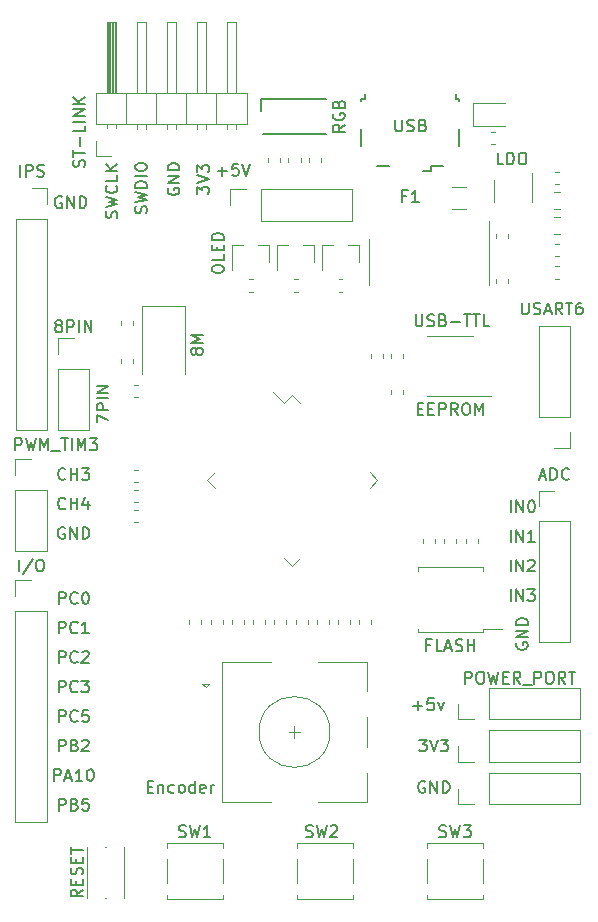
<source format=gbr>
G04 #@! TF.GenerationSoftware,KiCad,Pcbnew,(5.1.5)-2*
G04 #@! TF.CreationDate,2020-05-22T03:19:46+08:00*
G04 #@! TF.ProjectId,Bonjour STM32,426f6e6a-6f75-4722-9053-544d33322e6b,rev?*
G04 #@! TF.SameCoordinates,Original*
G04 #@! TF.FileFunction,Legend,Top*
G04 #@! TF.FilePolarity,Positive*
%FSLAX46Y46*%
G04 Gerber Fmt 4.6, Leading zero omitted, Abs format (unit mm)*
G04 Created by KiCad (PCBNEW (5.1.5)-2) date 2020-05-22 03:19:46*
%MOMM*%
%LPD*%
G04 APERTURE LIST*
%ADD10C,0.150000*%
%ADD11C,0.120000*%
G04 APERTURE END LIST*
D10*
X165488095Y-59000000D02*
X165392857Y-58952380D01*
X165250000Y-58952380D01*
X165107142Y-59000000D01*
X165011904Y-59095238D01*
X164964285Y-59190476D01*
X164916666Y-59380952D01*
X164916666Y-59523809D01*
X164964285Y-59714285D01*
X165011904Y-59809523D01*
X165107142Y-59904761D01*
X165250000Y-59952380D01*
X165345238Y-59952380D01*
X165488095Y-59904761D01*
X165535714Y-59857142D01*
X165535714Y-59523809D01*
X165345238Y-59523809D01*
X165964285Y-59952380D02*
X165964285Y-58952380D01*
X166535714Y-59952380D01*
X166535714Y-58952380D01*
X167011904Y-59952380D02*
X167011904Y-58952380D01*
X167250000Y-58952380D01*
X167392857Y-59000000D01*
X167488095Y-59095238D01*
X167535714Y-59190476D01*
X167583333Y-59380952D01*
X167583333Y-59523809D01*
X167535714Y-59714285D01*
X167488095Y-59809523D01*
X167392857Y-59904761D01*
X167250000Y-59952380D01*
X167011904Y-59952380D01*
X199654761Y-100202380D02*
X199654761Y-99202380D01*
X200035714Y-99202380D01*
X200130952Y-99250000D01*
X200178571Y-99297619D01*
X200226190Y-99392857D01*
X200226190Y-99535714D01*
X200178571Y-99630952D01*
X200130952Y-99678571D01*
X200035714Y-99726190D01*
X199654761Y-99726190D01*
X200845238Y-99202380D02*
X201035714Y-99202380D01*
X201130952Y-99250000D01*
X201226190Y-99345238D01*
X201273809Y-99535714D01*
X201273809Y-99869047D01*
X201226190Y-100059523D01*
X201130952Y-100154761D01*
X201035714Y-100202380D01*
X200845238Y-100202380D01*
X200750000Y-100154761D01*
X200654761Y-100059523D01*
X200607142Y-99869047D01*
X200607142Y-99535714D01*
X200654761Y-99345238D01*
X200750000Y-99250000D01*
X200845238Y-99202380D01*
X201607142Y-99202380D02*
X201845238Y-100202380D01*
X202035714Y-99488095D01*
X202226190Y-100202380D01*
X202464285Y-99202380D01*
X202845238Y-99678571D02*
X203178571Y-99678571D01*
X203321428Y-100202380D02*
X202845238Y-100202380D01*
X202845238Y-99202380D01*
X203321428Y-99202380D01*
X204321428Y-100202380D02*
X203988095Y-99726190D01*
X203750000Y-100202380D02*
X203750000Y-99202380D01*
X204130952Y-99202380D01*
X204226190Y-99250000D01*
X204273809Y-99297619D01*
X204321428Y-99392857D01*
X204321428Y-99535714D01*
X204273809Y-99630952D01*
X204226190Y-99678571D01*
X204130952Y-99726190D01*
X203750000Y-99726190D01*
X204511904Y-100297619D02*
X205273809Y-100297619D01*
X205511904Y-100202380D02*
X205511904Y-99202380D01*
X205892857Y-99202380D01*
X205988095Y-99250000D01*
X206035714Y-99297619D01*
X206083333Y-99392857D01*
X206083333Y-99535714D01*
X206035714Y-99630952D01*
X205988095Y-99678571D01*
X205892857Y-99726190D01*
X205511904Y-99726190D01*
X206702380Y-99202380D02*
X206892857Y-99202380D01*
X206988095Y-99250000D01*
X207083333Y-99345238D01*
X207130952Y-99535714D01*
X207130952Y-99869047D01*
X207083333Y-100059523D01*
X206988095Y-100154761D01*
X206892857Y-100202380D01*
X206702380Y-100202380D01*
X206607142Y-100154761D01*
X206511904Y-100059523D01*
X206464285Y-99869047D01*
X206464285Y-99535714D01*
X206511904Y-99345238D01*
X206607142Y-99250000D01*
X206702380Y-99202380D01*
X208130952Y-100202380D02*
X207797619Y-99726190D01*
X207559523Y-100202380D02*
X207559523Y-99202380D01*
X207940476Y-99202380D01*
X208035714Y-99250000D01*
X208083333Y-99297619D01*
X208130952Y-99392857D01*
X208130952Y-99535714D01*
X208083333Y-99630952D01*
X208035714Y-99678571D01*
X207940476Y-99726190D01*
X207559523Y-99726190D01*
X208416666Y-99202380D02*
X208988095Y-99202380D01*
X208702380Y-100202380D02*
X208702380Y-99202380D01*
X204000000Y-96761904D02*
X203952380Y-96857142D01*
X203952380Y-97000000D01*
X204000000Y-97142857D01*
X204095238Y-97238095D01*
X204190476Y-97285714D01*
X204380952Y-97333333D01*
X204523809Y-97333333D01*
X204714285Y-97285714D01*
X204809523Y-97238095D01*
X204904761Y-97142857D01*
X204952380Y-97000000D01*
X204952380Y-96904761D01*
X204904761Y-96761904D01*
X204857142Y-96714285D01*
X204523809Y-96714285D01*
X204523809Y-96904761D01*
X204952380Y-96285714D02*
X203952380Y-96285714D01*
X204952380Y-95714285D01*
X203952380Y-95714285D01*
X204952380Y-95238095D02*
X203952380Y-95238095D01*
X203952380Y-95000000D01*
X204000000Y-94857142D01*
X204095238Y-94761904D01*
X204190476Y-94714285D01*
X204380952Y-94666666D01*
X204523809Y-94666666D01*
X204714285Y-94714285D01*
X204809523Y-94761904D01*
X204904761Y-94857142D01*
X204952380Y-95000000D01*
X204952380Y-95238095D01*
X203500000Y-93202380D02*
X203500000Y-92202380D01*
X203976190Y-93202380D02*
X203976190Y-92202380D01*
X204547619Y-93202380D01*
X204547619Y-92202380D01*
X204928571Y-92202380D02*
X205547619Y-92202380D01*
X205214285Y-92583333D01*
X205357142Y-92583333D01*
X205452380Y-92630952D01*
X205500000Y-92678571D01*
X205547619Y-92773809D01*
X205547619Y-93011904D01*
X205500000Y-93107142D01*
X205452380Y-93154761D01*
X205357142Y-93202380D01*
X205071428Y-93202380D01*
X204976190Y-93154761D01*
X204928571Y-93107142D01*
X203500000Y-90702380D02*
X203500000Y-89702380D01*
X203976190Y-90702380D02*
X203976190Y-89702380D01*
X204547619Y-90702380D01*
X204547619Y-89702380D01*
X204976190Y-89797619D02*
X205023809Y-89750000D01*
X205119047Y-89702380D01*
X205357142Y-89702380D01*
X205452380Y-89750000D01*
X205500000Y-89797619D01*
X205547619Y-89892857D01*
X205547619Y-89988095D01*
X205500000Y-90130952D01*
X204928571Y-90702380D01*
X205547619Y-90702380D01*
X203500000Y-88202380D02*
X203500000Y-87202380D01*
X203976190Y-88202380D02*
X203976190Y-87202380D01*
X204547619Y-88202380D01*
X204547619Y-87202380D01*
X205547619Y-88202380D02*
X204976190Y-88202380D01*
X205261904Y-88202380D02*
X205261904Y-87202380D01*
X205166666Y-87345238D01*
X205071428Y-87440476D01*
X204976190Y-87488095D01*
X203500000Y-85702380D02*
X203500000Y-84702380D01*
X203976190Y-85702380D02*
X203976190Y-84702380D01*
X204547619Y-85702380D01*
X204547619Y-84702380D01*
X205214285Y-84702380D02*
X205309523Y-84702380D01*
X205404761Y-84750000D01*
X205452380Y-84797619D01*
X205500000Y-84892857D01*
X205547619Y-85083333D01*
X205547619Y-85321428D01*
X205500000Y-85511904D01*
X205452380Y-85607142D01*
X205404761Y-85654761D01*
X205309523Y-85702380D01*
X205214285Y-85702380D01*
X205119047Y-85654761D01*
X205071428Y-85607142D01*
X205023809Y-85511904D01*
X204976190Y-85321428D01*
X204976190Y-85083333D01*
X205023809Y-84892857D01*
X205071428Y-84797619D01*
X205119047Y-84750000D01*
X205214285Y-84702380D01*
X178714285Y-56821428D02*
X179476190Y-56821428D01*
X179095238Y-57202380D02*
X179095238Y-56440476D01*
X180428571Y-56202380D02*
X179952380Y-56202380D01*
X179904761Y-56678571D01*
X179952380Y-56630952D01*
X180047619Y-56583333D01*
X180285714Y-56583333D01*
X180380952Y-56630952D01*
X180428571Y-56678571D01*
X180476190Y-56773809D01*
X180476190Y-57011904D01*
X180428571Y-57107142D01*
X180380952Y-57154761D01*
X180285714Y-57202380D01*
X180047619Y-57202380D01*
X179952380Y-57154761D01*
X179904761Y-57107142D01*
X180761904Y-56202380D02*
X181095238Y-57202380D01*
X181428571Y-56202380D01*
X176952380Y-58738095D02*
X176952380Y-58119047D01*
X177333333Y-58452380D01*
X177333333Y-58309523D01*
X177380952Y-58214285D01*
X177428571Y-58166666D01*
X177523809Y-58119047D01*
X177761904Y-58119047D01*
X177857142Y-58166666D01*
X177904761Y-58214285D01*
X177952380Y-58309523D01*
X177952380Y-58595238D01*
X177904761Y-58690476D01*
X177857142Y-58738095D01*
X176952380Y-57833333D02*
X177952380Y-57500000D01*
X176952380Y-57166666D01*
X176952380Y-56928571D02*
X176952380Y-56309523D01*
X177333333Y-56642857D01*
X177333333Y-56500000D01*
X177380952Y-56404761D01*
X177428571Y-56357142D01*
X177523809Y-56309523D01*
X177761904Y-56309523D01*
X177857142Y-56357142D01*
X177904761Y-56404761D01*
X177952380Y-56500000D01*
X177952380Y-56785714D01*
X177904761Y-56880952D01*
X177857142Y-56928571D01*
X174500000Y-58261904D02*
X174452380Y-58357142D01*
X174452380Y-58500000D01*
X174500000Y-58642857D01*
X174595238Y-58738095D01*
X174690476Y-58785714D01*
X174880952Y-58833333D01*
X175023809Y-58833333D01*
X175214285Y-58785714D01*
X175309523Y-58738095D01*
X175404761Y-58642857D01*
X175452380Y-58500000D01*
X175452380Y-58404761D01*
X175404761Y-58261904D01*
X175357142Y-58214285D01*
X175023809Y-58214285D01*
X175023809Y-58404761D01*
X175452380Y-57785714D02*
X174452380Y-57785714D01*
X175452380Y-57214285D01*
X174452380Y-57214285D01*
X175452380Y-56738095D02*
X174452380Y-56738095D01*
X174452380Y-56500000D01*
X174500000Y-56357142D01*
X174595238Y-56261904D01*
X174690476Y-56214285D01*
X174880952Y-56166666D01*
X175023809Y-56166666D01*
X175214285Y-56214285D01*
X175309523Y-56261904D01*
X175404761Y-56357142D01*
X175452380Y-56500000D01*
X175452380Y-56738095D01*
X172654761Y-60369047D02*
X172702380Y-60226190D01*
X172702380Y-59988095D01*
X172654761Y-59892857D01*
X172607142Y-59845238D01*
X172511904Y-59797619D01*
X172416666Y-59797619D01*
X172321428Y-59845238D01*
X172273809Y-59892857D01*
X172226190Y-59988095D01*
X172178571Y-60178571D01*
X172130952Y-60273809D01*
X172083333Y-60321428D01*
X171988095Y-60369047D01*
X171892857Y-60369047D01*
X171797619Y-60321428D01*
X171750000Y-60273809D01*
X171702380Y-60178571D01*
X171702380Y-59940476D01*
X171750000Y-59797619D01*
X171702380Y-59464285D02*
X172702380Y-59226190D01*
X171988095Y-59035714D01*
X172702380Y-58845238D01*
X171702380Y-58607142D01*
X172702380Y-58226190D02*
X171702380Y-58226190D01*
X171702380Y-57988095D01*
X171750000Y-57845238D01*
X171845238Y-57750000D01*
X171940476Y-57702380D01*
X172130952Y-57654761D01*
X172273809Y-57654761D01*
X172464285Y-57702380D01*
X172559523Y-57750000D01*
X172654761Y-57845238D01*
X172702380Y-57988095D01*
X172702380Y-58226190D01*
X172702380Y-57226190D02*
X171702380Y-57226190D01*
X171702380Y-56559523D02*
X171702380Y-56369047D01*
X171750000Y-56273809D01*
X171845238Y-56178571D01*
X172035714Y-56130952D01*
X172369047Y-56130952D01*
X172559523Y-56178571D01*
X172654761Y-56273809D01*
X172702380Y-56369047D01*
X172702380Y-56559523D01*
X172654761Y-56654761D01*
X172559523Y-56750000D01*
X172369047Y-56797619D01*
X172035714Y-56797619D01*
X171845238Y-56750000D01*
X171750000Y-56654761D01*
X171702380Y-56559523D01*
X170154761Y-60761904D02*
X170202380Y-60619047D01*
X170202380Y-60380952D01*
X170154761Y-60285714D01*
X170107142Y-60238095D01*
X170011904Y-60190476D01*
X169916666Y-60190476D01*
X169821428Y-60238095D01*
X169773809Y-60285714D01*
X169726190Y-60380952D01*
X169678571Y-60571428D01*
X169630952Y-60666666D01*
X169583333Y-60714285D01*
X169488095Y-60761904D01*
X169392857Y-60761904D01*
X169297619Y-60714285D01*
X169250000Y-60666666D01*
X169202380Y-60571428D01*
X169202380Y-60333333D01*
X169250000Y-60190476D01*
X169202380Y-59857142D02*
X170202380Y-59619047D01*
X169488095Y-59428571D01*
X170202380Y-59238095D01*
X169202380Y-59000000D01*
X170107142Y-58047619D02*
X170154761Y-58095238D01*
X170202380Y-58238095D01*
X170202380Y-58333333D01*
X170154761Y-58476190D01*
X170059523Y-58571428D01*
X169964285Y-58619047D01*
X169773809Y-58666666D01*
X169630952Y-58666666D01*
X169440476Y-58619047D01*
X169345238Y-58571428D01*
X169250000Y-58476190D01*
X169202380Y-58333333D01*
X169202380Y-58238095D01*
X169250000Y-58095238D01*
X169297619Y-58047619D01*
X170202380Y-57142857D02*
X170202380Y-57619047D01*
X169202380Y-57619047D01*
X170202380Y-56809523D02*
X169202380Y-56809523D01*
X170202380Y-56238095D02*
X169630952Y-56666666D01*
X169202380Y-56238095D02*
X169773809Y-56809523D01*
X165142857Y-69880952D02*
X165047619Y-69833333D01*
X165000000Y-69785714D01*
X164952380Y-69690476D01*
X164952380Y-69642857D01*
X165000000Y-69547619D01*
X165047619Y-69500000D01*
X165142857Y-69452380D01*
X165333333Y-69452380D01*
X165428571Y-69500000D01*
X165476190Y-69547619D01*
X165523809Y-69642857D01*
X165523809Y-69690476D01*
X165476190Y-69785714D01*
X165428571Y-69833333D01*
X165333333Y-69880952D01*
X165142857Y-69880952D01*
X165047619Y-69928571D01*
X165000000Y-69976190D01*
X164952380Y-70071428D01*
X164952380Y-70261904D01*
X165000000Y-70357142D01*
X165047619Y-70404761D01*
X165142857Y-70452380D01*
X165333333Y-70452380D01*
X165428571Y-70404761D01*
X165476190Y-70357142D01*
X165523809Y-70261904D01*
X165523809Y-70071428D01*
X165476190Y-69976190D01*
X165428571Y-69928571D01*
X165333333Y-69880952D01*
X165952380Y-70452380D02*
X165952380Y-69452380D01*
X166333333Y-69452380D01*
X166428571Y-69500000D01*
X166476190Y-69547619D01*
X166523809Y-69642857D01*
X166523809Y-69785714D01*
X166476190Y-69880952D01*
X166428571Y-69928571D01*
X166333333Y-69976190D01*
X165952380Y-69976190D01*
X166952380Y-70452380D02*
X166952380Y-69452380D01*
X167428571Y-70452380D02*
X167428571Y-69452380D01*
X168000000Y-70452380D01*
X168000000Y-69452380D01*
X168452380Y-78095238D02*
X168452380Y-77428571D01*
X169452380Y-77857142D01*
X169452380Y-77047619D02*
X168452380Y-77047619D01*
X168452380Y-76666666D01*
X168500000Y-76571428D01*
X168547619Y-76523809D01*
X168642857Y-76476190D01*
X168785714Y-76476190D01*
X168880952Y-76523809D01*
X168928571Y-76571428D01*
X168976190Y-76666666D01*
X168976190Y-77047619D01*
X169452380Y-76047619D02*
X168452380Y-76047619D01*
X169452380Y-75571428D02*
X168452380Y-75571428D01*
X169452380Y-75000000D01*
X168452380Y-75000000D01*
X165738095Y-87000000D02*
X165642857Y-86952380D01*
X165500000Y-86952380D01*
X165357142Y-87000000D01*
X165261904Y-87095238D01*
X165214285Y-87190476D01*
X165166666Y-87380952D01*
X165166666Y-87523809D01*
X165214285Y-87714285D01*
X165261904Y-87809523D01*
X165357142Y-87904761D01*
X165500000Y-87952380D01*
X165595238Y-87952380D01*
X165738095Y-87904761D01*
X165785714Y-87857142D01*
X165785714Y-87523809D01*
X165595238Y-87523809D01*
X166214285Y-87952380D02*
X166214285Y-86952380D01*
X166785714Y-87952380D01*
X166785714Y-86952380D01*
X167261904Y-87952380D02*
X167261904Y-86952380D01*
X167500000Y-86952380D01*
X167642857Y-87000000D01*
X167738095Y-87095238D01*
X167785714Y-87190476D01*
X167833333Y-87380952D01*
X167833333Y-87523809D01*
X167785714Y-87714285D01*
X167738095Y-87809523D01*
X167642857Y-87904761D01*
X167500000Y-87952380D01*
X167261904Y-87952380D01*
X165809523Y-85357142D02*
X165761904Y-85404761D01*
X165619047Y-85452380D01*
X165523809Y-85452380D01*
X165380952Y-85404761D01*
X165285714Y-85309523D01*
X165238095Y-85214285D01*
X165190476Y-85023809D01*
X165190476Y-84880952D01*
X165238095Y-84690476D01*
X165285714Y-84595238D01*
X165380952Y-84500000D01*
X165523809Y-84452380D01*
X165619047Y-84452380D01*
X165761904Y-84500000D01*
X165809523Y-84547619D01*
X166238095Y-85452380D02*
X166238095Y-84452380D01*
X166238095Y-84928571D02*
X166809523Y-84928571D01*
X166809523Y-85452380D02*
X166809523Y-84452380D01*
X167714285Y-84785714D02*
X167714285Y-85452380D01*
X167476190Y-84404761D02*
X167238095Y-85119047D01*
X167857142Y-85119047D01*
X165809523Y-82857142D02*
X165761904Y-82904761D01*
X165619047Y-82952380D01*
X165523809Y-82952380D01*
X165380952Y-82904761D01*
X165285714Y-82809523D01*
X165238095Y-82714285D01*
X165190476Y-82523809D01*
X165190476Y-82380952D01*
X165238095Y-82190476D01*
X165285714Y-82095238D01*
X165380952Y-82000000D01*
X165523809Y-81952380D01*
X165619047Y-81952380D01*
X165761904Y-82000000D01*
X165809523Y-82047619D01*
X166238095Y-82952380D02*
X166238095Y-81952380D01*
X166238095Y-82428571D02*
X166809523Y-82428571D01*
X166809523Y-82952380D02*
X166809523Y-81952380D01*
X167190476Y-81952380D02*
X167809523Y-81952380D01*
X167476190Y-82333333D01*
X167619047Y-82333333D01*
X167714285Y-82380952D01*
X167761904Y-82428571D01*
X167809523Y-82523809D01*
X167809523Y-82761904D01*
X167761904Y-82857142D01*
X167714285Y-82904761D01*
X167619047Y-82952380D01*
X167333333Y-82952380D01*
X167238095Y-82904761D01*
X167190476Y-82857142D01*
X165261904Y-93452380D02*
X165261904Y-92452380D01*
X165642857Y-92452380D01*
X165738095Y-92500000D01*
X165785714Y-92547619D01*
X165833333Y-92642857D01*
X165833333Y-92785714D01*
X165785714Y-92880952D01*
X165738095Y-92928571D01*
X165642857Y-92976190D01*
X165261904Y-92976190D01*
X166833333Y-93357142D02*
X166785714Y-93404761D01*
X166642857Y-93452380D01*
X166547619Y-93452380D01*
X166404761Y-93404761D01*
X166309523Y-93309523D01*
X166261904Y-93214285D01*
X166214285Y-93023809D01*
X166214285Y-92880952D01*
X166261904Y-92690476D01*
X166309523Y-92595238D01*
X166404761Y-92500000D01*
X166547619Y-92452380D01*
X166642857Y-92452380D01*
X166785714Y-92500000D01*
X166833333Y-92547619D01*
X167452380Y-92452380D02*
X167547619Y-92452380D01*
X167642857Y-92500000D01*
X167690476Y-92547619D01*
X167738095Y-92642857D01*
X167785714Y-92833333D01*
X167785714Y-93071428D01*
X167738095Y-93261904D01*
X167690476Y-93357142D01*
X167642857Y-93404761D01*
X167547619Y-93452380D01*
X167452380Y-93452380D01*
X167357142Y-93404761D01*
X167309523Y-93357142D01*
X167261904Y-93261904D01*
X167214285Y-93071428D01*
X167214285Y-92833333D01*
X167261904Y-92642857D01*
X167309523Y-92547619D01*
X167357142Y-92500000D01*
X167452380Y-92452380D01*
X165261904Y-95952380D02*
X165261904Y-94952380D01*
X165642857Y-94952380D01*
X165738095Y-95000000D01*
X165785714Y-95047619D01*
X165833333Y-95142857D01*
X165833333Y-95285714D01*
X165785714Y-95380952D01*
X165738095Y-95428571D01*
X165642857Y-95476190D01*
X165261904Y-95476190D01*
X166833333Y-95857142D02*
X166785714Y-95904761D01*
X166642857Y-95952380D01*
X166547619Y-95952380D01*
X166404761Y-95904761D01*
X166309523Y-95809523D01*
X166261904Y-95714285D01*
X166214285Y-95523809D01*
X166214285Y-95380952D01*
X166261904Y-95190476D01*
X166309523Y-95095238D01*
X166404761Y-95000000D01*
X166547619Y-94952380D01*
X166642857Y-94952380D01*
X166785714Y-95000000D01*
X166833333Y-95047619D01*
X167785714Y-95952380D02*
X167214285Y-95952380D01*
X167500000Y-95952380D02*
X167500000Y-94952380D01*
X167404761Y-95095238D01*
X167309523Y-95190476D01*
X167214285Y-95238095D01*
X165261904Y-98452380D02*
X165261904Y-97452380D01*
X165642857Y-97452380D01*
X165738095Y-97500000D01*
X165785714Y-97547619D01*
X165833333Y-97642857D01*
X165833333Y-97785714D01*
X165785714Y-97880952D01*
X165738095Y-97928571D01*
X165642857Y-97976190D01*
X165261904Y-97976190D01*
X166833333Y-98357142D02*
X166785714Y-98404761D01*
X166642857Y-98452380D01*
X166547619Y-98452380D01*
X166404761Y-98404761D01*
X166309523Y-98309523D01*
X166261904Y-98214285D01*
X166214285Y-98023809D01*
X166214285Y-97880952D01*
X166261904Y-97690476D01*
X166309523Y-97595238D01*
X166404761Y-97500000D01*
X166547619Y-97452380D01*
X166642857Y-97452380D01*
X166785714Y-97500000D01*
X166833333Y-97547619D01*
X167214285Y-97547619D02*
X167261904Y-97500000D01*
X167357142Y-97452380D01*
X167595238Y-97452380D01*
X167690476Y-97500000D01*
X167738095Y-97547619D01*
X167785714Y-97642857D01*
X167785714Y-97738095D01*
X167738095Y-97880952D01*
X167166666Y-98452380D01*
X167785714Y-98452380D01*
X165261904Y-100952380D02*
X165261904Y-99952380D01*
X165642857Y-99952380D01*
X165738095Y-100000000D01*
X165785714Y-100047619D01*
X165833333Y-100142857D01*
X165833333Y-100285714D01*
X165785714Y-100380952D01*
X165738095Y-100428571D01*
X165642857Y-100476190D01*
X165261904Y-100476190D01*
X166833333Y-100857142D02*
X166785714Y-100904761D01*
X166642857Y-100952380D01*
X166547619Y-100952380D01*
X166404761Y-100904761D01*
X166309523Y-100809523D01*
X166261904Y-100714285D01*
X166214285Y-100523809D01*
X166214285Y-100380952D01*
X166261904Y-100190476D01*
X166309523Y-100095238D01*
X166404761Y-100000000D01*
X166547619Y-99952380D01*
X166642857Y-99952380D01*
X166785714Y-100000000D01*
X166833333Y-100047619D01*
X167166666Y-99952380D02*
X167785714Y-99952380D01*
X167452380Y-100333333D01*
X167595238Y-100333333D01*
X167690476Y-100380952D01*
X167738095Y-100428571D01*
X167785714Y-100523809D01*
X167785714Y-100761904D01*
X167738095Y-100857142D01*
X167690476Y-100904761D01*
X167595238Y-100952380D01*
X167309523Y-100952380D01*
X167214285Y-100904761D01*
X167166666Y-100857142D01*
X165261904Y-103452380D02*
X165261904Y-102452380D01*
X165642857Y-102452380D01*
X165738095Y-102500000D01*
X165785714Y-102547619D01*
X165833333Y-102642857D01*
X165833333Y-102785714D01*
X165785714Y-102880952D01*
X165738095Y-102928571D01*
X165642857Y-102976190D01*
X165261904Y-102976190D01*
X166833333Y-103357142D02*
X166785714Y-103404761D01*
X166642857Y-103452380D01*
X166547619Y-103452380D01*
X166404761Y-103404761D01*
X166309523Y-103309523D01*
X166261904Y-103214285D01*
X166214285Y-103023809D01*
X166214285Y-102880952D01*
X166261904Y-102690476D01*
X166309523Y-102595238D01*
X166404761Y-102500000D01*
X166547619Y-102452380D01*
X166642857Y-102452380D01*
X166785714Y-102500000D01*
X166833333Y-102547619D01*
X167738095Y-102452380D02*
X167261904Y-102452380D01*
X167214285Y-102928571D01*
X167261904Y-102880952D01*
X167357142Y-102833333D01*
X167595238Y-102833333D01*
X167690476Y-102880952D01*
X167738095Y-102928571D01*
X167785714Y-103023809D01*
X167785714Y-103261904D01*
X167738095Y-103357142D01*
X167690476Y-103404761D01*
X167595238Y-103452380D01*
X167357142Y-103452380D01*
X167261904Y-103404761D01*
X167214285Y-103357142D01*
X165261904Y-105952380D02*
X165261904Y-104952380D01*
X165642857Y-104952380D01*
X165738095Y-105000000D01*
X165785714Y-105047619D01*
X165833333Y-105142857D01*
X165833333Y-105285714D01*
X165785714Y-105380952D01*
X165738095Y-105428571D01*
X165642857Y-105476190D01*
X165261904Y-105476190D01*
X166595238Y-105428571D02*
X166738095Y-105476190D01*
X166785714Y-105523809D01*
X166833333Y-105619047D01*
X166833333Y-105761904D01*
X166785714Y-105857142D01*
X166738095Y-105904761D01*
X166642857Y-105952380D01*
X166261904Y-105952380D01*
X166261904Y-104952380D01*
X166595238Y-104952380D01*
X166690476Y-105000000D01*
X166738095Y-105047619D01*
X166785714Y-105142857D01*
X166785714Y-105238095D01*
X166738095Y-105333333D01*
X166690476Y-105380952D01*
X166595238Y-105428571D01*
X166261904Y-105428571D01*
X167214285Y-105047619D02*
X167261904Y-105000000D01*
X167357142Y-104952380D01*
X167595238Y-104952380D01*
X167690476Y-105000000D01*
X167738095Y-105047619D01*
X167785714Y-105142857D01*
X167785714Y-105238095D01*
X167738095Y-105380952D01*
X167166666Y-105952380D01*
X167785714Y-105952380D01*
X164857142Y-108452380D02*
X164857142Y-107452380D01*
X165238095Y-107452380D01*
X165333333Y-107500000D01*
X165380952Y-107547619D01*
X165428571Y-107642857D01*
X165428571Y-107785714D01*
X165380952Y-107880952D01*
X165333333Y-107928571D01*
X165238095Y-107976190D01*
X164857142Y-107976190D01*
X165809523Y-108166666D02*
X166285714Y-108166666D01*
X165714285Y-108452380D02*
X166047619Y-107452380D01*
X166380952Y-108452380D01*
X167238095Y-108452380D02*
X166666666Y-108452380D01*
X166952380Y-108452380D02*
X166952380Y-107452380D01*
X166857142Y-107595238D01*
X166761904Y-107690476D01*
X166666666Y-107738095D01*
X167857142Y-107452380D02*
X167952380Y-107452380D01*
X168047619Y-107500000D01*
X168095238Y-107547619D01*
X168142857Y-107642857D01*
X168190476Y-107833333D01*
X168190476Y-108071428D01*
X168142857Y-108261904D01*
X168095238Y-108357142D01*
X168047619Y-108404761D01*
X167952380Y-108452380D01*
X167857142Y-108452380D01*
X167761904Y-108404761D01*
X167714285Y-108357142D01*
X167666666Y-108261904D01*
X167619047Y-108071428D01*
X167619047Y-107833333D01*
X167666666Y-107642857D01*
X167714285Y-107547619D01*
X167761904Y-107500000D01*
X167857142Y-107452380D01*
X165261904Y-110952380D02*
X165261904Y-109952380D01*
X165642857Y-109952380D01*
X165738095Y-110000000D01*
X165785714Y-110047619D01*
X165833333Y-110142857D01*
X165833333Y-110285714D01*
X165785714Y-110380952D01*
X165738095Y-110428571D01*
X165642857Y-110476190D01*
X165261904Y-110476190D01*
X166595238Y-110428571D02*
X166738095Y-110476190D01*
X166785714Y-110523809D01*
X166833333Y-110619047D01*
X166833333Y-110761904D01*
X166785714Y-110857142D01*
X166738095Y-110904761D01*
X166642857Y-110952380D01*
X166261904Y-110952380D01*
X166261904Y-109952380D01*
X166595238Y-109952380D01*
X166690476Y-110000000D01*
X166738095Y-110047619D01*
X166785714Y-110142857D01*
X166785714Y-110238095D01*
X166738095Y-110333333D01*
X166690476Y-110380952D01*
X166595238Y-110428571D01*
X166261904Y-110428571D01*
X167738095Y-109952380D02*
X167261904Y-109952380D01*
X167214285Y-110428571D01*
X167261904Y-110380952D01*
X167357142Y-110333333D01*
X167595238Y-110333333D01*
X167690476Y-110380952D01*
X167738095Y-110428571D01*
X167785714Y-110523809D01*
X167785714Y-110761904D01*
X167738095Y-110857142D01*
X167690476Y-110904761D01*
X167595238Y-110952380D01*
X167357142Y-110952380D01*
X167261904Y-110904761D01*
X167214285Y-110857142D01*
D11*
X194410000Y-75662779D02*
X194410000Y-75337221D01*
X193390000Y-75662779D02*
X193390000Y-75337221D01*
X207141422Y-60010000D02*
X207658578Y-60010000D01*
X207141422Y-58590000D02*
X207658578Y-58590000D01*
X176240000Y-94837221D02*
X176240000Y-95162779D01*
X177260000Y-94837221D02*
X177260000Y-95162779D01*
X190680000Y-63040000D02*
X190680000Y-64500000D01*
X187520000Y-63040000D02*
X187520000Y-65200000D01*
X187520000Y-63040000D02*
X188450000Y-63040000D01*
X190680000Y-63040000D02*
X189750000Y-63040000D01*
X183080000Y-63040000D02*
X183080000Y-64500000D01*
X179920000Y-63040000D02*
X179920000Y-65200000D01*
X179920000Y-63040000D02*
X180850000Y-63040000D01*
X183080000Y-63040000D02*
X182150000Y-63040000D01*
X186880000Y-63040000D02*
X186880000Y-64500000D01*
X183720000Y-63040000D02*
X183720000Y-65200000D01*
X183720000Y-63040000D02*
X184650000Y-63040000D01*
X186880000Y-63040000D02*
X185950000Y-63040000D01*
X169150000Y-114000000D02*
X169250000Y-114000000D01*
X170750000Y-118400000D02*
X170750000Y-114000000D01*
X167650000Y-114000000D02*
X167650000Y-118400000D01*
X169150000Y-118400000D02*
X169250000Y-118400000D01*
X172300000Y-68250000D02*
X172300000Y-74000000D01*
X175900000Y-68250000D02*
X172300000Y-68250000D01*
X175900000Y-74000000D02*
X175900000Y-68250000D01*
X198400000Y-75860000D02*
X201850000Y-75860000D01*
X198400000Y-75860000D02*
X196450000Y-75860000D01*
X198400000Y-70740000D02*
X200350000Y-70740000D01*
X198400000Y-70740000D02*
X196450000Y-70740000D01*
X201125000Y-95565000D02*
X202800000Y-95565000D01*
X201125000Y-95825000D02*
X201125000Y-95565000D01*
X198400000Y-95825000D02*
X201125000Y-95825000D01*
X195675000Y-95825000D02*
X195675000Y-95565000D01*
X198400000Y-95825000D02*
X195675000Y-95825000D01*
X201125000Y-90375000D02*
X201125000Y-90635000D01*
X198400000Y-90375000D02*
X201125000Y-90375000D01*
X195675000Y-90375000D02*
X195675000Y-90635000D01*
X198400000Y-90375000D02*
X195675000Y-90375000D01*
X184328249Y-76445120D02*
X183380725Y-75497597D01*
X185000000Y-75773369D02*
X184328249Y-76445120D01*
X185671751Y-76445120D02*
X185000000Y-75773369D01*
X192226631Y-83000000D02*
X191554880Y-83671751D01*
X191554880Y-82328249D02*
X192226631Y-83000000D01*
X177773369Y-83000000D02*
X178445120Y-82328249D01*
X178445120Y-83671751D02*
X177773369Y-83000000D01*
X185000000Y-90226631D02*
X185671751Y-89554880D01*
X184328249Y-89554880D02*
X185000000Y-90226631D01*
X205310000Y-59400000D02*
X205310000Y-56950000D01*
X202090000Y-57600000D02*
X202090000Y-59400000D01*
X201660000Y-64500000D02*
X201660000Y-61050000D01*
X201660000Y-64500000D02*
X201660000Y-66450000D01*
X191540000Y-64500000D02*
X191540000Y-62550000D01*
X191540000Y-64500000D02*
X191540000Y-66450000D01*
X188200000Y-104300000D02*
G75*
G03X188200000Y-104300000I-3000000J0D01*
G01*
X187200000Y-98400000D02*
X191300000Y-98400000D01*
X191300000Y-110200000D02*
X187200000Y-110200000D01*
X183200000Y-110200000D02*
X179100000Y-110200000D01*
X183200000Y-98400000D02*
X179100000Y-98400000D01*
X179100000Y-98400000D02*
X179100000Y-110200000D01*
X177700000Y-100500000D02*
X177400000Y-100200000D01*
X177400000Y-100200000D02*
X178000000Y-100200000D01*
X178000000Y-100200000D02*
X177700000Y-100500000D01*
X191300000Y-98400000D02*
X191300000Y-100800000D01*
X191300000Y-103000000D02*
X191300000Y-105600000D01*
X191300000Y-107800000D02*
X191300000Y-110200000D01*
X185200000Y-103800000D02*
X185200000Y-104800000D01*
X184700000Y-104300000D02*
X185700000Y-104300000D01*
X201170000Y-115070000D02*
X201170000Y-117130000D01*
X196430000Y-115070000D02*
X196430000Y-117130000D01*
X196430000Y-113730000D02*
X196430000Y-114130000D01*
X201170000Y-113730000D02*
X196430000Y-113730000D01*
X201170000Y-113730000D02*
X201170000Y-114130000D01*
X196430000Y-118470000D02*
X196430000Y-118070000D01*
X201170000Y-118470000D02*
X201170000Y-118070000D01*
X201170000Y-118470000D02*
X196430000Y-118470000D01*
X190170000Y-115070000D02*
X190170000Y-117130000D01*
X185430000Y-115070000D02*
X185430000Y-117130000D01*
X185430000Y-113730000D02*
X185430000Y-114130000D01*
X190170000Y-113730000D02*
X185430000Y-113730000D01*
X190170000Y-113730000D02*
X190170000Y-114130000D01*
X185430000Y-118470000D02*
X185430000Y-118070000D01*
X190170000Y-118470000D02*
X190170000Y-118070000D01*
X190170000Y-118470000D02*
X185430000Y-118470000D01*
X179170000Y-115070000D02*
X179170000Y-117130000D01*
X174430000Y-115070000D02*
X174430000Y-117130000D01*
X174430000Y-113730000D02*
X174430000Y-114130000D01*
X179170000Y-113730000D02*
X174430000Y-113730000D01*
X179170000Y-113730000D02*
X179170000Y-114130000D01*
X174430000Y-118470000D02*
X174430000Y-118070000D01*
X179170000Y-118470000D02*
X179170000Y-118070000D01*
X179170000Y-118470000D02*
X174430000Y-118470000D01*
X199690000Y-87937221D02*
X199690000Y-88262779D01*
X200710000Y-87937221D02*
X200710000Y-88262779D01*
X189262779Y-65990000D02*
X188937221Y-65990000D01*
X189262779Y-67010000D02*
X188937221Y-67010000D01*
X187410000Y-56062779D02*
X187410000Y-55737221D01*
X186390000Y-56062779D02*
X186390000Y-55737221D01*
X184010000Y-56062779D02*
X184010000Y-55737221D01*
X182990000Y-56062779D02*
X182990000Y-55737221D01*
X185710000Y-56062779D02*
X185710000Y-55737221D01*
X184690000Y-56062779D02*
X184690000Y-55737221D01*
X181662779Y-65990000D02*
X181337221Y-65990000D01*
X181662779Y-67010000D02*
X181337221Y-67010000D01*
X185462779Y-65990000D02*
X185137221Y-65990000D01*
X185462779Y-67010000D02*
X185137221Y-67010000D01*
X180910000Y-95162779D02*
X180910000Y-94837221D01*
X179890000Y-95162779D02*
X179890000Y-94837221D01*
X184510000Y-95162779D02*
X184510000Y-94837221D01*
X183490000Y-95162779D02*
X183490000Y-94837221D01*
X201837221Y-54510000D02*
X202162779Y-54510000D01*
X201837221Y-53490000D02*
X202162779Y-53490000D01*
X171637221Y-83110000D02*
X171962779Y-83110000D01*
X171637221Y-82090000D02*
X171962779Y-82090000D01*
X207228733Y-64010000D02*
X207571267Y-64010000D01*
X207228733Y-62990000D02*
X207571267Y-62990000D01*
X168430000Y-55570000D02*
X168430000Y-54300000D01*
X169700000Y-55570000D02*
X168430000Y-55570000D01*
X180240000Y-53257071D02*
X180240000Y-52860000D01*
X179480000Y-53257071D02*
X179480000Y-52860000D01*
X180240000Y-44200000D02*
X180240000Y-50200000D01*
X179480000Y-44200000D02*
X180240000Y-44200000D01*
X179480000Y-50200000D02*
X179480000Y-44200000D01*
X178590000Y-52860000D02*
X178590000Y-50200000D01*
X177700000Y-53257071D02*
X177700000Y-52860000D01*
X176940000Y-53257071D02*
X176940000Y-52860000D01*
X177700000Y-44200000D02*
X177700000Y-50200000D01*
X176940000Y-44200000D02*
X177700000Y-44200000D01*
X176940000Y-50200000D02*
X176940000Y-44200000D01*
X176050000Y-52860000D02*
X176050000Y-50200000D01*
X175160000Y-53257071D02*
X175160000Y-52860000D01*
X174400000Y-53257071D02*
X174400000Y-52860000D01*
X175160000Y-44200000D02*
X175160000Y-50200000D01*
X174400000Y-44200000D02*
X175160000Y-44200000D01*
X174400000Y-50200000D02*
X174400000Y-44200000D01*
X173510000Y-52860000D02*
X173510000Y-50200000D01*
X172620000Y-53257071D02*
X172620000Y-52860000D01*
X171860000Y-53257071D02*
X171860000Y-52860000D01*
X172620000Y-44200000D02*
X172620000Y-50200000D01*
X171860000Y-44200000D02*
X172620000Y-44200000D01*
X171860000Y-50200000D02*
X171860000Y-44200000D01*
X170970000Y-52860000D02*
X170970000Y-50200000D01*
X170080000Y-53190000D02*
X170080000Y-52860000D01*
X169320000Y-53190000D02*
X169320000Y-52860000D01*
X169980000Y-50200000D02*
X169980000Y-44200000D01*
X169860000Y-50200000D02*
X169860000Y-44200000D01*
X169740000Y-50200000D02*
X169740000Y-44200000D01*
X169620000Y-50200000D02*
X169620000Y-44200000D01*
X169500000Y-50200000D02*
X169500000Y-44200000D01*
X169380000Y-50200000D02*
X169380000Y-44200000D01*
X170080000Y-44200000D02*
X170080000Y-50200000D01*
X169320000Y-44200000D02*
X170080000Y-44200000D01*
X169320000Y-50200000D02*
X169320000Y-44200000D01*
X168370000Y-50200000D02*
X168370000Y-52860000D01*
X181190000Y-50200000D02*
X168370000Y-50200000D01*
X181190000Y-52860000D02*
X181190000Y-50200000D01*
X168370000Y-52860000D02*
X181190000Y-52860000D01*
X199070000Y-103230000D02*
X199070000Y-101900000D01*
X200400000Y-103230000D02*
X199070000Y-103230000D01*
X201670000Y-103230000D02*
X201670000Y-100570000D01*
X201670000Y-100570000D02*
X209350000Y-100570000D01*
X201670000Y-103230000D02*
X209350000Y-103230000D01*
X209350000Y-103230000D02*
X209350000Y-100570000D01*
X165170000Y-70970000D02*
X166500000Y-70970000D01*
X165170000Y-72300000D02*
X165170000Y-70970000D01*
X165170000Y-73570000D02*
X167830000Y-73570000D01*
X167830000Y-73570000D02*
X167830000Y-78710000D01*
X165170000Y-73570000D02*
X165170000Y-78710000D01*
X165170000Y-78710000D02*
X167830000Y-78710000D01*
X199070000Y-110430000D02*
X199070000Y-109100000D01*
X200400000Y-110430000D02*
X199070000Y-110430000D01*
X201670000Y-110430000D02*
X201670000Y-107770000D01*
X201670000Y-107770000D02*
X209350000Y-107770000D01*
X201670000Y-110430000D02*
X209350000Y-110430000D01*
X209350000Y-110430000D02*
X209350000Y-107770000D01*
X199070000Y-106830000D02*
X199070000Y-105500000D01*
X200400000Y-106830000D02*
X199070000Y-106830000D01*
X201670000Y-106830000D02*
X201670000Y-104170000D01*
X201670000Y-104170000D02*
X209350000Y-104170000D01*
X201670000Y-106830000D02*
X209350000Y-106830000D01*
X209350000Y-106830000D02*
X209350000Y-104170000D01*
X179770000Y-59700000D02*
X179770000Y-58370000D01*
X179770000Y-58370000D02*
X181100000Y-58370000D01*
X182370000Y-58370000D02*
X190050000Y-58370000D01*
X190050000Y-61030000D02*
X190050000Y-58370000D01*
X182370000Y-61030000D02*
X190050000Y-61030000D01*
X182370000Y-61030000D02*
X182370000Y-58370000D01*
X162950000Y-58270000D02*
X164280000Y-58270000D01*
X164280000Y-58270000D02*
X164280000Y-59600000D01*
X164280000Y-60870000D02*
X164280000Y-78710000D01*
X161620000Y-78710000D02*
X164280000Y-78710000D01*
X161620000Y-60870000D02*
X161620000Y-78710000D01*
X161620000Y-60870000D02*
X164280000Y-60870000D01*
X208530000Y-80230000D02*
X207200000Y-80230000D01*
X208530000Y-78900000D02*
X208530000Y-80230000D01*
X208530000Y-77630000D02*
X205870000Y-77630000D01*
X205870000Y-77630000D02*
X205870000Y-69950000D01*
X208530000Y-77630000D02*
X208530000Y-69950000D01*
X208530000Y-69950000D02*
X205870000Y-69950000D01*
X161570000Y-91470000D02*
X162900000Y-91470000D01*
X161570000Y-92800000D02*
X161570000Y-91470000D01*
X161570000Y-94070000D02*
X164230000Y-94070000D01*
X164230000Y-94070000D02*
X164230000Y-111910000D01*
X161570000Y-94070000D02*
X161570000Y-111910000D01*
X161570000Y-111910000D02*
X164230000Y-111910000D01*
X161570000Y-81220000D02*
X162900000Y-81220000D01*
X161570000Y-82550000D02*
X161570000Y-81220000D01*
X161570000Y-83820000D02*
X164230000Y-83820000D01*
X164230000Y-83820000D02*
X164230000Y-88960000D01*
X161570000Y-83820000D02*
X161570000Y-88960000D01*
X161570000Y-88960000D02*
X164230000Y-88960000D01*
X205870000Y-83870000D02*
X207200000Y-83870000D01*
X205870000Y-85200000D02*
X205870000Y-83870000D01*
X205870000Y-86470000D02*
X208530000Y-86470000D01*
X208530000Y-86470000D02*
X208530000Y-96690000D01*
X205870000Y-86470000D02*
X205870000Y-96690000D01*
X205870000Y-96690000D02*
X208530000Y-96690000D01*
D10*
X193200000Y-56400000D02*
X192200000Y-56400000D01*
X196800000Y-56400000D02*
X197800000Y-56400000D01*
X196800000Y-56825000D02*
X196800000Y-56400000D01*
X196075000Y-56825000D02*
X196800000Y-56825000D01*
X190850000Y-53250000D02*
X190850000Y-54650000D01*
X190850000Y-50700000D02*
X190850000Y-50850000D01*
X191150000Y-50700000D02*
X190850000Y-50700000D01*
X191150000Y-50250000D02*
X191150000Y-50700000D01*
X198850000Y-50700000D02*
X198850000Y-50250000D01*
X199150000Y-50700000D02*
X198850000Y-50700000D01*
X199150000Y-50850000D02*
X199150000Y-50700000D01*
X199150000Y-54650000D02*
X199150000Y-53250000D01*
D11*
X198497936Y-60010000D02*
X199702064Y-60010000D01*
X198497936Y-58190000D02*
X199702064Y-58190000D01*
D10*
X182400000Y-51700000D02*
X182400000Y-50700000D01*
X187900000Y-50700000D02*
X182400000Y-50700000D01*
X187900000Y-53700000D02*
X182500000Y-53700000D01*
D11*
X200315000Y-52960000D02*
X203000000Y-52960000D01*
X200315000Y-51040000D02*
X200315000Y-52960000D01*
X203000000Y-51040000D02*
X200315000Y-51040000D01*
X197890000Y-87937221D02*
X197890000Y-88262779D01*
X198910000Y-87937221D02*
X198910000Y-88262779D01*
X193390000Y-72337221D02*
X193390000Y-72662779D01*
X194410000Y-72337221D02*
X194410000Y-72662779D01*
X171962779Y-74890000D02*
X171637221Y-74890000D01*
X171962779Y-75910000D02*
X171637221Y-75910000D01*
X185290000Y-94837221D02*
X185290000Y-95162779D01*
X186310000Y-94837221D02*
X186310000Y-95162779D01*
X171962779Y-85490000D02*
X171637221Y-85490000D01*
X171962779Y-86510000D02*
X171637221Y-86510000D01*
X196090000Y-87937221D02*
X196090000Y-88262779D01*
X197110000Y-87937221D02*
X197110000Y-88262779D01*
X191690000Y-72337221D02*
X191690000Y-72662779D01*
X192710000Y-72337221D02*
X192710000Y-72662779D01*
X178090000Y-94837221D02*
X178090000Y-95162779D01*
X179110000Y-94837221D02*
X179110000Y-95162779D01*
X182710000Y-95162779D02*
X182710000Y-94837221D01*
X181690000Y-95162779D02*
X181690000Y-94837221D01*
X207562779Y-64890000D02*
X207237221Y-64890000D01*
X207562779Y-65910000D02*
X207237221Y-65910000D01*
X171510000Y-73062779D02*
X171510000Y-72737221D01*
X170490000Y-73062779D02*
X170490000Y-72737221D01*
X171962779Y-83790000D02*
X171637221Y-83790000D01*
X171962779Y-84810000D02*
X171637221Y-84810000D01*
X207141422Y-62110000D02*
X207658578Y-62110000D01*
X207141422Y-60690000D02*
X207658578Y-60690000D01*
X170490000Y-69537221D02*
X170490000Y-69862779D01*
X171510000Y-69537221D02*
X171510000Y-69862779D01*
X202290000Y-62137221D02*
X202290000Y-62462779D01*
X203310000Y-62137221D02*
X203310000Y-62462779D01*
X207237221Y-57910000D02*
X207562779Y-57910000D01*
X207237221Y-56890000D02*
X207562779Y-56890000D01*
X191710000Y-95162779D02*
X191710000Y-94837221D01*
X190690000Y-95162779D02*
X190690000Y-94837221D01*
X189910000Y-95162779D02*
X189910000Y-94837221D01*
X188890000Y-95162779D02*
X188890000Y-94837221D01*
X188110000Y-95162779D02*
X188110000Y-94837221D01*
X187090000Y-95162779D02*
X187090000Y-94837221D01*
X203310000Y-66262779D02*
X203310000Y-65937221D01*
X202290000Y-66262779D02*
X202290000Y-65937221D01*
D10*
X167252380Y-117652380D02*
X166776190Y-117985714D01*
X167252380Y-118223809D02*
X166252380Y-118223809D01*
X166252380Y-117842857D01*
X166300000Y-117747619D01*
X166347619Y-117700000D01*
X166442857Y-117652380D01*
X166585714Y-117652380D01*
X166680952Y-117700000D01*
X166728571Y-117747619D01*
X166776190Y-117842857D01*
X166776190Y-118223809D01*
X166728571Y-117223809D02*
X166728571Y-116890476D01*
X167252380Y-116747619D02*
X167252380Y-117223809D01*
X166252380Y-117223809D01*
X166252380Y-116747619D01*
X167204761Y-116366666D02*
X167252380Y-116223809D01*
X167252380Y-115985714D01*
X167204761Y-115890476D01*
X167157142Y-115842857D01*
X167061904Y-115795238D01*
X166966666Y-115795238D01*
X166871428Y-115842857D01*
X166823809Y-115890476D01*
X166776190Y-115985714D01*
X166728571Y-116176190D01*
X166680952Y-116271428D01*
X166633333Y-116319047D01*
X166538095Y-116366666D01*
X166442857Y-116366666D01*
X166347619Y-116319047D01*
X166300000Y-116271428D01*
X166252380Y-116176190D01*
X166252380Y-115938095D01*
X166300000Y-115795238D01*
X166728571Y-115366666D02*
X166728571Y-115033333D01*
X167252380Y-114890476D02*
X167252380Y-115366666D01*
X166252380Y-115366666D01*
X166252380Y-114890476D01*
X166252380Y-114604761D02*
X166252380Y-114033333D01*
X167252380Y-114319047D02*
X166252380Y-114319047D01*
X176880952Y-72166666D02*
X176833333Y-72261904D01*
X176785714Y-72309523D01*
X176690476Y-72357142D01*
X176642857Y-72357142D01*
X176547619Y-72309523D01*
X176500000Y-72261904D01*
X176452380Y-72166666D01*
X176452380Y-71976190D01*
X176500000Y-71880952D01*
X176547619Y-71833333D01*
X176642857Y-71785714D01*
X176690476Y-71785714D01*
X176785714Y-71833333D01*
X176833333Y-71880952D01*
X176880952Y-71976190D01*
X176880952Y-72166666D01*
X176928571Y-72261904D01*
X176976190Y-72309523D01*
X177071428Y-72357142D01*
X177261904Y-72357142D01*
X177357142Y-72309523D01*
X177404761Y-72261904D01*
X177452380Y-72166666D01*
X177452380Y-71976190D01*
X177404761Y-71880952D01*
X177357142Y-71833333D01*
X177261904Y-71785714D01*
X177071428Y-71785714D01*
X176976190Y-71833333D01*
X176928571Y-71880952D01*
X176880952Y-71976190D01*
X177452380Y-71357142D02*
X176452380Y-71357142D01*
X177166666Y-71023809D01*
X176452380Y-70690476D01*
X177452380Y-70690476D01*
X195638095Y-76928571D02*
X195971428Y-76928571D01*
X196114285Y-77452380D02*
X195638095Y-77452380D01*
X195638095Y-76452380D01*
X196114285Y-76452380D01*
X196542857Y-76928571D02*
X196876190Y-76928571D01*
X197019047Y-77452380D02*
X196542857Y-77452380D01*
X196542857Y-76452380D01*
X197019047Y-76452380D01*
X197447619Y-77452380D02*
X197447619Y-76452380D01*
X197828571Y-76452380D01*
X197923809Y-76500000D01*
X197971428Y-76547619D01*
X198019047Y-76642857D01*
X198019047Y-76785714D01*
X197971428Y-76880952D01*
X197923809Y-76928571D01*
X197828571Y-76976190D01*
X197447619Y-76976190D01*
X199019047Y-77452380D02*
X198685714Y-76976190D01*
X198447619Y-77452380D02*
X198447619Y-76452380D01*
X198828571Y-76452380D01*
X198923809Y-76500000D01*
X198971428Y-76547619D01*
X199019047Y-76642857D01*
X199019047Y-76785714D01*
X198971428Y-76880952D01*
X198923809Y-76928571D01*
X198828571Y-76976190D01*
X198447619Y-76976190D01*
X199638095Y-76452380D02*
X199828571Y-76452380D01*
X199923809Y-76500000D01*
X200019047Y-76595238D01*
X200066666Y-76785714D01*
X200066666Y-77119047D01*
X200019047Y-77309523D01*
X199923809Y-77404761D01*
X199828571Y-77452380D01*
X199638095Y-77452380D01*
X199542857Y-77404761D01*
X199447619Y-77309523D01*
X199400000Y-77119047D01*
X199400000Y-76785714D01*
X199447619Y-76595238D01*
X199542857Y-76500000D01*
X199638095Y-76452380D01*
X200495238Y-77452380D02*
X200495238Y-76452380D01*
X200828571Y-77166666D01*
X201161904Y-76452380D01*
X201161904Y-77452380D01*
X196709523Y-96928571D02*
X196376190Y-96928571D01*
X196376190Y-97452380D02*
X196376190Y-96452380D01*
X196852380Y-96452380D01*
X197709523Y-97452380D02*
X197233333Y-97452380D01*
X197233333Y-96452380D01*
X197995238Y-97166666D02*
X198471428Y-97166666D01*
X197900000Y-97452380D02*
X198233333Y-96452380D01*
X198566666Y-97452380D01*
X198852380Y-97404761D02*
X198995238Y-97452380D01*
X199233333Y-97452380D01*
X199328571Y-97404761D01*
X199376190Y-97357142D01*
X199423809Y-97261904D01*
X199423809Y-97166666D01*
X199376190Y-97071428D01*
X199328571Y-97023809D01*
X199233333Y-96976190D01*
X199042857Y-96928571D01*
X198947619Y-96880952D01*
X198900000Y-96833333D01*
X198852380Y-96738095D01*
X198852380Y-96642857D01*
X198900000Y-96547619D01*
X198947619Y-96500000D01*
X199042857Y-96452380D01*
X199280952Y-96452380D01*
X199423809Y-96500000D01*
X199852380Y-97452380D02*
X199852380Y-96452380D01*
X199852380Y-96928571D02*
X200423809Y-96928571D01*
X200423809Y-97452380D02*
X200423809Y-96452380D01*
X202885714Y-56252380D02*
X202409523Y-56252380D01*
X202409523Y-55252380D01*
X203219047Y-56252380D02*
X203219047Y-55252380D01*
X203457142Y-55252380D01*
X203600000Y-55300000D01*
X203695238Y-55395238D01*
X203742857Y-55490476D01*
X203790476Y-55680952D01*
X203790476Y-55823809D01*
X203742857Y-56014285D01*
X203695238Y-56109523D01*
X203600000Y-56204761D01*
X203457142Y-56252380D01*
X203219047Y-56252380D01*
X204409523Y-55252380D02*
X204600000Y-55252380D01*
X204695238Y-55300000D01*
X204790476Y-55395238D01*
X204838095Y-55585714D01*
X204838095Y-55919047D01*
X204790476Y-56109523D01*
X204695238Y-56204761D01*
X204600000Y-56252380D01*
X204409523Y-56252380D01*
X204314285Y-56204761D01*
X204219047Y-56109523D01*
X204171428Y-55919047D01*
X204171428Y-55585714D01*
X204219047Y-55395238D01*
X204314285Y-55300000D01*
X204409523Y-55252380D01*
X195452380Y-68952380D02*
X195452380Y-69761904D01*
X195500000Y-69857142D01*
X195547619Y-69904761D01*
X195642857Y-69952380D01*
X195833333Y-69952380D01*
X195928571Y-69904761D01*
X195976190Y-69857142D01*
X196023809Y-69761904D01*
X196023809Y-68952380D01*
X196452380Y-69904761D02*
X196595238Y-69952380D01*
X196833333Y-69952380D01*
X196928571Y-69904761D01*
X196976190Y-69857142D01*
X197023809Y-69761904D01*
X197023809Y-69666666D01*
X196976190Y-69571428D01*
X196928571Y-69523809D01*
X196833333Y-69476190D01*
X196642857Y-69428571D01*
X196547619Y-69380952D01*
X196500000Y-69333333D01*
X196452380Y-69238095D01*
X196452380Y-69142857D01*
X196500000Y-69047619D01*
X196547619Y-69000000D01*
X196642857Y-68952380D01*
X196880952Y-68952380D01*
X197023809Y-69000000D01*
X197785714Y-69428571D02*
X197928571Y-69476190D01*
X197976190Y-69523809D01*
X198023809Y-69619047D01*
X198023809Y-69761904D01*
X197976190Y-69857142D01*
X197928571Y-69904761D01*
X197833333Y-69952380D01*
X197452380Y-69952380D01*
X197452380Y-68952380D01*
X197785714Y-68952380D01*
X197880952Y-69000000D01*
X197928571Y-69047619D01*
X197976190Y-69142857D01*
X197976190Y-69238095D01*
X197928571Y-69333333D01*
X197880952Y-69380952D01*
X197785714Y-69428571D01*
X197452380Y-69428571D01*
X198452380Y-69571428D02*
X199214285Y-69571428D01*
X199547619Y-68952380D02*
X200119047Y-68952380D01*
X199833333Y-69952380D02*
X199833333Y-68952380D01*
X200309523Y-68952380D02*
X200880952Y-68952380D01*
X200595238Y-69952380D02*
X200595238Y-68952380D01*
X201690476Y-69952380D02*
X201214285Y-69952380D01*
X201214285Y-68952380D01*
X172761904Y-108928571D02*
X173095238Y-108928571D01*
X173238095Y-109452380D02*
X172761904Y-109452380D01*
X172761904Y-108452380D01*
X173238095Y-108452380D01*
X173666666Y-108785714D02*
X173666666Y-109452380D01*
X173666666Y-108880952D02*
X173714285Y-108833333D01*
X173809523Y-108785714D01*
X173952380Y-108785714D01*
X174047619Y-108833333D01*
X174095238Y-108928571D01*
X174095238Y-109452380D01*
X175000000Y-109404761D02*
X174904761Y-109452380D01*
X174714285Y-109452380D01*
X174619047Y-109404761D01*
X174571428Y-109357142D01*
X174523809Y-109261904D01*
X174523809Y-108976190D01*
X174571428Y-108880952D01*
X174619047Y-108833333D01*
X174714285Y-108785714D01*
X174904761Y-108785714D01*
X175000000Y-108833333D01*
X175571428Y-109452380D02*
X175476190Y-109404761D01*
X175428571Y-109357142D01*
X175380952Y-109261904D01*
X175380952Y-108976190D01*
X175428571Y-108880952D01*
X175476190Y-108833333D01*
X175571428Y-108785714D01*
X175714285Y-108785714D01*
X175809523Y-108833333D01*
X175857142Y-108880952D01*
X175904761Y-108976190D01*
X175904761Y-109261904D01*
X175857142Y-109357142D01*
X175809523Y-109404761D01*
X175714285Y-109452380D01*
X175571428Y-109452380D01*
X176761904Y-109452380D02*
X176761904Y-108452380D01*
X176761904Y-109404761D02*
X176666666Y-109452380D01*
X176476190Y-109452380D01*
X176380952Y-109404761D01*
X176333333Y-109357142D01*
X176285714Y-109261904D01*
X176285714Y-108976190D01*
X176333333Y-108880952D01*
X176380952Y-108833333D01*
X176476190Y-108785714D01*
X176666666Y-108785714D01*
X176761904Y-108833333D01*
X177619047Y-109404761D02*
X177523809Y-109452380D01*
X177333333Y-109452380D01*
X177238095Y-109404761D01*
X177190476Y-109309523D01*
X177190476Y-108928571D01*
X177238095Y-108833333D01*
X177333333Y-108785714D01*
X177523809Y-108785714D01*
X177619047Y-108833333D01*
X177666666Y-108928571D01*
X177666666Y-109023809D01*
X177190476Y-109119047D01*
X178095238Y-109452380D02*
X178095238Y-108785714D01*
X178095238Y-108976190D02*
X178142857Y-108880952D01*
X178190476Y-108833333D01*
X178285714Y-108785714D01*
X178380952Y-108785714D01*
X197466666Y-113154761D02*
X197609523Y-113202380D01*
X197847619Y-113202380D01*
X197942857Y-113154761D01*
X197990476Y-113107142D01*
X198038095Y-113011904D01*
X198038095Y-112916666D01*
X197990476Y-112821428D01*
X197942857Y-112773809D01*
X197847619Y-112726190D01*
X197657142Y-112678571D01*
X197561904Y-112630952D01*
X197514285Y-112583333D01*
X197466666Y-112488095D01*
X197466666Y-112392857D01*
X197514285Y-112297619D01*
X197561904Y-112250000D01*
X197657142Y-112202380D01*
X197895238Y-112202380D01*
X198038095Y-112250000D01*
X198371428Y-112202380D02*
X198609523Y-113202380D01*
X198800000Y-112488095D01*
X198990476Y-113202380D01*
X199228571Y-112202380D01*
X199514285Y-112202380D02*
X200133333Y-112202380D01*
X199800000Y-112583333D01*
X199942857Y-112583333D01*
X200038095Y-112630952D01*
X200085714Y-112678571D01*
X200133333Y-112773809D01*
X200133333Y-113011904D01*
X200085714Y-113107142D01*
X200038095Y-113154761D01*
X199942857Y-113202380D01*
X199657142Y-113202380D01*
X199561904Y-113154761D01*
X199514285Y-113107142D01*
X186166666Y-113154761D02*
X186309523Y-113202380D01*
X186547619Y-113202380D01*
X186642857Y-113154761D01*
X186690476Y-113107142D01*
X186738095Y-113011904D01*
X186738095Y-112916666D01*
X186690476Y-112821428D01*
X186642857Y-112773809D01*
X186547619Y-112726190D01*
X186357142Y-112678571D01*
X186261904Y-112630952D01*
X186214285Y-112583333D01*
X186166666Y-112488095D01*
X186166666Y-112392857D01*
X186214285Y-112297619D01*
X186261904Y-112250000D01*
X186357142Y-112202380D01*
X186595238Y-112202380D01*
X186738095Y-112250000D01*
X187071428Y-112202380D02*
X187309523Y-113202380D01*
X187500000Y-112488095D01*
X187690476Y-113202380D01*
X187928571Y-112202380D01*
X188261904Y-112297619D02*
X188309523Y-112250000D01*
X188404761Y-112202380D01*
X188642857Y-112202380D01*
X188738095Y-112250000D01*
X188785714Y-112297619D01*
X188833333Y-112392857D01*
X188833333Y-112488095D01*
X188785714Y-112630952D01*
X188214285Y-113202380D01*
X188833333Y-113202380D01*
X175416666Y-113154761D02*
X175559523Y-113202380D01*
X175797619Y-113202380D01*
X175892857Y-113154761D01*
X175940476Y-113107142D01*
X175988095Y-113011904D01*
X175988095Y-112916666D01*
X175940476Y-112821428D01*
X175892857Y-112773809D01*
X175797619Y-112726190D01*
X175607142Y-112678571D01*
X175511904Y-112630952D01*
X175464285Y-112583333D01*
X175416666Y-112488095D01*
X175416666Y-112392857D01*
X175464285Y-112297619D01*
X175511904Y-112250000D01*
X175607142Y-112202380D01*
X175845238Y-112202380D01*
X175988095Y-112250000D01*
X176321428Y-112202380D02*
X176559523Y-113202380D01*
X176750000Y-112488095D01*
X176940476Y-113202380D01*
X177178571Y-112202380D01*
X178083333Y-113202380D02*
X177511904Y-113202380D01*
X177797619Y-113202380D02*
X177797619Y-112202380D01*
X177702380Y-112345238D01*
X177607142Y-112440476D01*
X177511904Y-112488095D01*
X167404761Y-56452380D02*
X167452380Y-56309523D01*
X167452380Y-56071428D01*
X167404761Y-55976190D01*
X167357142Y-55928571D01*
X167261904Y-55880952D01*
X167166666Y-55880952D01*
X167071428Y-55928571D01*
X167023809Y-55976190D01*
X166976190Y-56071428D01*
X166928571Y-56261904D01*
X166880952Y-56357142D01*
X166833333Y-56404761D01*
X166738095Y-56452380D01*
X166642857Y-56452380D01*
X166547619Y-56404761D01*
X166500000Y-56357142D01*
X166452380Y-56261904D01*
X166452380Y-56023809D01*
X166500000Y-55880952D01*
X166452380Y-55595238D02*
X166452380Y-55023809D01*
X167452380Y-55309523D02*
X166452380Y-55309523D01*
X167071428Y-54690476D02*
X167071428Y-53928571D01*
X167452380Y-52976190D02*
X167452380Y-53452380D01*
X166452380Y-53452380D01*
X167452380Y-52642857D02*
X166452380Y-52642857D01*
X167452380Y-52166666D02*
X166452380Y-52166666D01*
X167452380Y-51595238D01*
X166452380Y-51595238D01*
X167452380Y-51119047D02*
X166452380Y-51119047D01*
X167452380Y-50547619D02*
X166880952Y-50976190D01*
X166452380Y-50547619D02*
X167023809Y-51119047D01*
X195261904Y-102071428D02*
X196023809Y-102071428D01*
X195642857Y-102452380D02*
X195642857Y-101690476D01*
X196976190Y-101452380D02*
X196500000Y-101452380D01*
X196452380Y-101928571D01*
X196500000Y-101880952D01*
X196595238Y-101833333D01*
X196833333Y-101833333D01*
X196928571Y-101880952D01*
X196976190Y-101928571D01*
X197023809Y-102023809D01*
X197023809Y-102261904D01*
X196976190Y-102357142D01*
X196928571Y-102404761D01*
X196833333Y-102452380D01*
X196595238Y-102452380D01*
X196500000Y-102404761D01*
X196452380Y-102357142D01*
X197357142Y-101785714D02*
X197595238Y-102452380D01*
X197833333Y-101785714D01*
X196238095Y-108500000D02*
X196142857Y-108452380D01*
X196000000Y-108452380D01*
X195857142Y-108500000D01*
X195761904Y-108595238D01*
X195714285Y-108690476D01*
X195666666Y-108880952D01*
X195666666Y-109023809D01*
X195714285Y-109214285D01*
X195761904Y-109309523D01*
X195857142Y-109404761D01*
X196000000Y-109452380D01*
X196095238Y-109452380D01*
X196238095Y-109404761D01*
X196285714Y-109357142D01*
X196285714Y-109023809D01*
X196095238Y-109023809D01*
X196714285Y-109452380D02*
X196714285Y-108452380D01*
X197285714Y-109452380D01*
X197285714Y-108452380D01*
X197761904Y-109452380D02*
X197761904Y-108452380D01*
X198000000Y-108452380D01*
X198142857Y-108500000D01*
X198238095Y-108595238D01*
X198285714Y-108690476D01*
X198333333Y-108880952D01*
X198333333Y-109023809D01*
X198285714Y-109214285D01*
X198238095Y-109309523D01*
X198142857Y-109404761D01*
X198000000Y-109452380D01*
X197761904Y-109452380D01*
X195761904Y-104952380D02*
X196380952Y-104952380D01*
X196047619Y-105333333D01*
X196190476Y-105333333D01*
X196285714Y-105380952D01*
X196333333Y-105428571D01*
X196380952Y-105523809D01*
X196380952Y-105761904D01*
X196333333Y-105857142D01*
X196285714Y-105904761D01*
X196190476Y-105952380D01*
X195904761Y-105952380D01*
X195809523Y-105904761D01*
X195761904Y-105857142D01*
X196666666Y-104952380D02*
X197000000Y-105952380D01*
X197333333Y-104952380D01*
X197571428Y-104952380D02*
X198190476Y-104952380D01*
X197857142Y-105333333D01*
X198000000Y-105333333D01*
X198095238Y-105380952D01*
X198142857Y-105428571D01*
X198190476Y-105523809D01*
X198190476Y-105761904D01*
X198142857Y-105857142D01*
X198095238Y-105904761D01*
X198000000Y-105952380D01*
X197714285Y-105952380D01*
X197619047Y-105904761D01*
X197571428Y-105857142D01*
X178202380Y-65202380D02*
X178202380Y-65011904D01*
X178250000Y-64916666D01*
X178345238Y-64821428D01*
X178535714Y-64773809D01*
X178869047Y-64773809D01*
X179059523Y-64821428D01*
X179154761Y-64916666D01*
X179202380Y-65011904D01*
X179202380Y-65202380D01*
X179154761Y-65297619D01*
X179059523Y-65392857D01*
X178869047Y-65440476D01*
X178535714Y-65440476D01*
X178345238Y-65392857D01*
X178250000Y-65297619D01*
X178202380Y-65202380D01*
X179202380Y-63869047D02*
X179202380Y-64345238D01*
X178202380Y-64345238D01*
X178678571Y-63535714D02*
X178678571Y-63202380D01*
X179202380Y-63059523D02*
X179202380Y-63535714D01*
X178202380Y-63535714D01*
X178202380Y-63059523D01*
X179202380Y-62630952D02*
X178202380Y-62630952D01*
X178202380Y-62392857D01*
X178250000Y-62250000D01*
X178345238Y-62154761D01*
X178440476Y-62107142D01*
X178630952Y-62059523D01*
X178773809Y-62059523D01*
X178964285Y-62107142D01*
X179059523Y-62154761D01*
X179154761Y-62250000D01*
X179202380Y-62392857D01*
X179202380Y-62630952D01*
X161973809Y-57282380D02*
X161973809Y-56282380D01*
X162450000Y-57282380D02*
X162450000Y-56282380D01*
X162830952Y-56282380D01*
X162926190Y-56330000D01*
X162973809Y-56377619D01*
X163021428Y-56472857D01*
X163021428Y-56615714D01*
X162973809Y-56710952D01*
X162926190Y-56758571D01*
X162830952Y-56806190D01*
X162450000Y-56806190D01*
X163402380Y-57234761D02*
X163545238Y-57282380D01*
X163783333Y-57282380D01*
X163878571Y-57234761D01*
X163926190Y-57187142D01*
X163973809Y-57091904D01*
X163973809Y-56996666D01*
X163926190Y-56901428D01*
X163878571Y-56853809D01*
X163783333Y-56806190D01*
X163592857Y-56758571D01*
X163497619Y-56710952D01*
X163450000Y-56663333D01*
X163402380Y-56568095D01*
X163402380Y-56472857D01*
X163450000Y-56377619D01*
X163497619Y-56330000D01*
X163592857Y-56282380D01*
X163830952Y-56282380D01*
X163973809Y-56330000D01*
X204452380Y-67952380D02*
X204452380Y-68761904D01*
X204500000Y-68857142D01*
X204547619Y-68904761D01*
X204642857Y-68952380D01*
X204833333Y-68952380D01*
X204928571Y-68904761D01*
X204976190Y-68857142D01*
X205023809Y-68761904D01*
X205023809Y-67952380D01*
X205452380Y-68904761D02*
X205595238Y-68952380D01*
X205833333Y-68952380D01*
X205928571Y-68904761D01*
X205976190Y-68857142D01*
X206023809Y-68761904D01*
X206023809Y-68666666D01*
X205976190Y-68571428D01*
X205928571Y-68523809D01*
X205833333Y-68476190D01*
X205642857Y-68428571D01*
X205547619Y-68380952D01*
X205500000Y-68333333D01*
X205452380Y-68238095D01*
X205452380Y-68142857D01*
X205500000Y-68047619D01*
X205547619Y-68000000D01*
X205642857Y-67952380D01*
X205880952Y-67952380D01*
X206023809Y-68000000D01*
X206404761Y-68666666D02*
X206880952Y-68666666D01*
X206309523Y-68952380D02*
X206642857Y-67952380D01*
X206976190Y-68952380D01*
X207880952Y-68952380D02*
X207547619Y-68476190D01*
X207309523Y-68952380D02*
X207309523Y-67952380D01*
X207690476Y-67952380D01*
X207785714Y-68000000D01*
X207833333Y-68047619D01*
X207880952Y-68142857D01*
X207880952Y-68285714D01*
X207833333Y-68380952D01*
X207785714Y-68428571D01*
X207690476Y-68476190D01*
X207309523Y-68476190D01*
X208166666Y-67952380D02*
X208738095Y-67952380D01*
X208452380Y-68952380D02*
X208452380Y-67952380D01*
X209500000Y-67952380D02*
X209309523Y-67952380D01*
X209214285Y-68000000D01*
X209166666Y-68047619D01*
X209071428Y-68190476D01*
X209023809Y-68380952D01*
X209023809Y-68761904D01*
X209071428Y-68857142D01*
X209119047Y-68904761D01*
X209214285Y-68952380D01*
X209404761Y-68952380D01*
X209500000Y-68904761D01*
X209547619Y-68857142D01*
X209595238Y-68761904D01*
X209595238Y-68523809D01*
X209547619Y-68428571D01*
X209500000Y-68380952D01*
X209404761Y-68333333D01*
X209214285Y-68333333D01*
X209119047Y-68380952D01*
X209071428Y-68428571D01*
X209023809Y-68523809D01*
X161852380Y-90702380D02*
X161852380Y-89702380D01*
X163042857Y-89654761D02*
X162185714Y-90940476D01*
X163566666Y-89702380D02*
X163757142Y-89702380D01*
X163852380Y-89750000D01*
X163947619Y-89845238D01*
X163995238Y-90035714D01*
X163995238Y-90369047D01*
X163947619Y-90559523D01*
X163852380Y-90654761D01*
X163757142Y-90702380D01*
X163566666Y-90702380D01*
X163471428Y-90654761D01*
X163376190Y-90559523D01*
X163328571Y-90369047D01*
X163328571Y-90035714D01*
X163376190Y-89845238D01*
X163471428Y-89750000D01*
X163566666Y-89702380D01*
X161547619Y-80452380D02*
X161547619Y-79452380D01*
X161928571Y-79452380D01*
X162023809Y-79500000D01*
X162071428Y-79547619D01*
X162119047Y-79642857D01*
X162119047Y-79785714D01*
X162071428Y-79880952D01*
X162023809Y-79928571D01*
X161928571Y-79976190D01*
X161547619Y-79976190D01*
X162452380Y-79452380D02*
X162690476Y-80452380D01*
X162880952Y-79738095D01*
X163071428Y-80452380D01*
X163309523Y-79452380D01*
X163690476Y-80452380D02*
X163690476Y-79452380D01*
X164023809Y-80166666D01*
X164357142Y-79452380D01*
X164357142Y-80452380D01*
X164595238Y-80547619D02*
X165357142Y-80547619D01*
X165452380Y-79452380D02*
X166023809Y-79452380D01*
X165738095Y-80452380D02*
X165738095Y-79452380D01*
X166357142Y-80452380D02*
X166357142Y-79452380D01*
X166833333Y-80452380D02*
X166833333Y-79452380D01*
X167166666Y-80166666D01*
X167500000Y-79452380D01*
X167500000Y-80452380D01*
X167880952Y-79452380D02*
X168500000Y-79452380D01*
X168166666Y-79833333D01*
X168309523Y-79833333D01*
X168404761Y-79880952D01*
X168452380Y-79928571D01*
X168500000Y-80023809D01*
X168500000Y-80261904D01*
X168452380Y-80357142D01*
X168404761Y-80404761D01*
X168309523Y-80452380D01*
X168023809Y-80452380D01*
X167928571Y-80404761D01*
X167880952Y-80357142D01*
X205961904Y-82666666D02*
X206438095Y-82666666D01*
X205866666Y-82952380D02*
X206200000Y-81952380D01*
X206533333Y-82952380D01*
X206866666Y-82952380D02*
X206866666Y-81952380D01*
X207104761Y-81952380D01*
X207247619Y-82000000D01*
X207342857Y-82095238D01*
X207390476Y-82190476D01*
X207438095Y-82380952D01*
X207438095Y-82523809D01*
X207390476Y-82714285D01*
X207342857Y-82809523D01*
X207247619Y-82904761D01*
X207104761Y-82952380D01*
X206866666Y-82952380D01*
X208438095Y-82857142D02*
X208390476Y-82904761D01*
X208247619Y-82952380D01*
X208152380Y-82952380D01*
X208009523Y-82904761D01*
X207914285Y-82809523D01*
X207866666Y-82714285D01*
X207819047Y-82523809D01*
X207819047Y-82380952D01*
X207866666Y-82190476D01*
X207914285Y-82095238D01*
X208009523Y-82000000D01*
X208152380Y-81952380D01*
X208247619Y-81952380D01*
X208390476Y-82000000D01*
X208438095Y-82047619D01*
X193738095Y-52452380D02*
X193738095Y-53261904D01*
X193785714Y-53357142D01*
X193833333Y-53404761D01*
X193928571Y-53452380D01*
X194119047Y-53452380D01*
X194214285Y-53404761D01*
X194261904Y-53357142D01*
X194309523Y-53261904D01*
X194309523Y-52452380D01*
X194738095Y-53404761D02*
X194880952Y-53452380D01*
X195119047Y-53452380D01*
X195214285Y-53404761D01*
X195261904Y-53357142D01*
X195309523Y-53261904D01*
X195309523Y-53166666D01*
X195261904Y-53071428D01*
X195214285Y-53023809D01*
X195119047Y-52976190D01*
X194928571Y-52928571D01*
X194833333Y-52880952D01*
X194785714Y-52833333D01*
X194738095Y-52738095D01*
X194738095Y-52642857D01*
X194785714Y-52547619D01*
X194833333Y-52500000D01*
X194928571Y-52452380D01*
X195166666Y-52452380D01*
X195309523Y-52500000D01*
X196071428Y-52928571D02*
X196214285Y-52976190D01*
X196261904Y-53023809D01*
X196309523Y-53119047D01*
X196309523Y-53261904D01*
X196261904Y-53357142D01*
X196214285Y-53404761D01*
X196119047Y-53452380D01*
X195738095Y-53452380D01*
X195738095Y-52452380D01*
X196071428Y-52452380D01*
X196166666Y-52500000D01*
X196214285Y-52547619D01*
X196261904Y-52642857D01*
X196261904Y-52738095D01*
X196214285Y-52833333D01*
X196166666Y-52880952D01*
X196071428Y-52928571D01*
X195738095Y-52928571D01*
X194666666Y-58928571D02*
X194333333Y-58928571D01*
X194333333Y-59452380D02*
X194333333Y-58452380D01*
X194809523Y-58452380D01*
X195714285Y-59452380D02*
X195142857Y-59452380D01*
X195428571Y-59452380D02*
X195428571Y-58452380D01*
X195333333Y-58595238D01*
X195238095Y-58690476D01*
X195142857Y-58738095D01*
X189452380Y-52890476D02*
X188976190Y-53223809D01*
X189452380Y-53461904D02*
X188452380Y-53461904D01*
X188452380Y-53080952D01*
X188500000Y-52985714D01*
X188547619Y-52938095D01*
X188642857Y-52890476D01*
X188785714Y-52890476D01*
X188880952Y-52938095D01*
X188928571Y-52985714D01*
X188976190Y-53080952D01*
X188976190Y-53461904D01*
X188500000Y-51938095D02*
X188452380Y-52033333D01*
X188452380Y-52176190D01*
X188500000Y-52319047D01*
X188595238Y-52414285D01*
X188690476Y-52461904D01*
X188880952Y-52509523D01*
X189023809Y-52509523D01*
X189214285Y-52461904D01*
X189309523Y-52414285D01*
X189404761Y-52319047D01*
X189452380Y-52176190D01*
X189452380Y-52080952D01*
X189404761Y-51938095D01*
X189357142Y-51890476D01*
X189023809Y-51890476D01*
X189023809Y-52080952D01*
X188928571Y-51128571D02*
X188976190Y-50985714D01*
X189023809Y-50938095D01*
X189119047Y-50890476D01*
X189261904Y-50890476D01*
X189357142Y-50938095D01*
X189404761Y-50985714D01*
X189452380Y-51080952D01*
X189452380Y-51461904D01*
X188452380Y-51461904D01*
X188452380Y-51128571D01*
X188500000Y-51033333D01*
X188547619Y-50985714D01*
X188642857Y-50938095D01*
X188738095Y-50938095D01*
X188833333Y-50985714D01*
X188880952Y-51033333D01*
X188928571Y-51128571D01*
X188928571Y-51461904D01*
M02*

</source>
